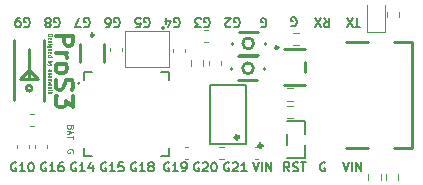
<source format=gbr>
%TF.GenerationSoftware,KiCad,Pcbnew,7.0.9*%
%TF.CreationDate,2023-12-31T12:54:37+01:00*%
%TF.ProjectId,esp32promicro,65737033-3270-4726-9f6d-6963726f2e6b,rev?*%
%TF.SameCoordinates,Original*%
%TF.FileFunction,Legend,Top*%
%TF.FilePolarity,Positive*%
%FSLAX46Y46*%
G04 Gerber Fmt 4.6, Leading zero omitted, Abs format (unit mm)*
G04 Created by KiCad (PCBNEW 7.0.9) date 2023-12-31 12:54:37*
%MOMM*%
%LPD*%
G01*
G04 APERTURE LIST*
%ADD10C,0.125000*%
%ADD11C,0.075000*%
%ADD12C,0.127000*%
%ADD13C,0.375000*%
%ADD14C,0.190500*%
%ADD15C,0.150000*%
%ADD16C,0.300000*%
%ADD17C,0.120000*%
%ADD18C,0.250000*%
%ADD19C,0.100000*%
G04 APERTURE END LIST*
D10*
X104556880Y-67900188D02*
X104580690Y-67852569D01*
X104580690Y-67852569D02*
X104580690Y-67781140D01*
X104580690Y-67781140D02*
X104556880Y-67709712D01*
X104556880Y-67709712D02*
X104509261Y-67662093D01*
X104509261Y-67662093D02*
X104461642Y-67638283D01*
X104461642Y-67638283D02*
X104366404Y-67614474D01*
X104366404Y-67614474D02*
X104294976Y-67614474D01*
X104294976Y-67614474D02*
X104199738Y-67638283D01*
X104199738Y-67638283D02*
X104152119Y-67662093D01*
X104152119Y-67662093D02*
X104104500Y-67709712D01*
X104104500Y-67709712D02*
X104080690Y-67781140D01*
X104080690Y-67781140D02*
X104080690Y-67828759D01*
X104080690Y-67828759D02*
X104104500Y-67900188D01*
X104104500Y-67900188D02*
X104128309Y-67923997D01*
X104128309Y-67923997D02*
X104294976Y-67923997D01*
X104294976Y-67923997D02*
X104294976Y-67828759D01*
X104342595Y-65772950D02*
X104318785Y-65844378D01*
X104318785Y-65844378D02*
X104294976Y-65868188D01*
X104294976Y-65868188D02*
X104247357Y-65891997D01*
X104247357Y-65891997D02*
X104175928Y-65891997D01*
X104175928Y-65891997D02*
X104128309Y-65868188D01*
X104128309Y-65868188D02*
X104104500Y-65844378D01*
X104104500Y-65844378D02*
X104080690Y-65796759D01*
X104080690Y-65796759D02*
X104080690Y-65606283D01*
X104080690Y-65606283D02*
X104580690Y-65606283D01*
X104580690Y-65606283D02*
X104580690Y-65772950D01*
X104580690Y-65772950D02*
X104556880Y-65820569D01*
X104556880Y-65820569D02*
X104533071Y-65844378D01*
X104533071Y-65844378D02*
X104485452Y-65868188D01*
X104485452Y-65868188D02*
X104437833Y-65868188D01*
X104437833Y-65868188D02*
X104390214Y-65844378D01*
X104390214Y-65844378D02*
X104366404Y-65820569D01*
X104366404Y-65820569D02*
X104342595Y-65772950D01*
X104342595Y-65772950D02*
X104342595Y-65606283D01*
X104223547Y-66082474D02*
X104223547Y-66320569D01*
X104080690Y-66034855D02*
X104580690Y-66201521D01*
X104580690Y-66201521D02*
X104080690Y-66368188D01*
X104580690Y-66463426D02*
X104580690Y-66749140D01*
X104080690Y-66606283D02*
X104580690Y-66606283D01*
D11*
X102457125Y-57898698D02*
X102757125Y-57898698D01*
X102757125Y-57898698D02*
X102757125Y-57970127D01*
X102757125Y-57970127D02*
X102742839Y-58012984D01*
X102742839Y-58012984D02*
X102714268Y-58041555D01*
X102714268Y-58041555D02*
X102685696Y-58055841D01*
X102685696Y-58055841D02*
X102628553Y-58070127D01*
X102628553Y-58070127D02*
X102585696Y-58070127D01*
X102585696Y-58070127D02*
X102528553Y-58055841D01*
X102528553Y-58055841D02*
X102499982Y-58041555D01*
X102499982Y-58041555D02*
X102471411Y-58012984D01*
X102471411Y-58012984D02*
X102457125Y-57970127D01*
X102457125Y-57970127D02*
X102457125Y-57898698D01*
X102471411Y-58312984D02*
X102457125Y-58284412D01*
X102457125Y-58284412D02*
X102457125Y-58227270D01*
X102457125Y-58227270D02*
X102471411Y-58198698D01*
X102471411Y-58198698D02*
X102499982Y-58184412D01*
X102499982Y-58184412D02*
X102614268Y-58184412D01*
X102614268Y-58184412D02*
X102642839Y-58198698D01*
X102642839Y-58198698D02*
X102657125Y-58227270D01*
X102657125Y-58227270D02*
X102657125Y-58284412D01*
X102657125Y-58284412D02*
X102642839Y-58312984D01*
X102642839Y-58312984D02*
X102614268Y-58327270D01*
X102614268Y-58327270D02*
X102585696Y-58327270D01*
X102585696Y-58327270D02*
X102557125Y-58184412D01*
X102471411Y-58441555D02*
X102457125Y-58470127D01*
X102457125Y-58470127D02*
X102457125Y-58527270D01*
X102457125Y-58527270D02*
X102471411Y-58555841D01*
X102471411Y-58555841D02*
X102499982Y-58570127D01*
X102499982Y-58570127D02*
X102514268Y-58570127D01*
X102514268Y-58570127D02*
X102542839Y-58555841D01*
X102542839Y-58555841D02*
X102557125Y-58527270D01*
X102557125Y-58527270D02*
X102557125Y-58484413D01*
X102557125Y-58484413D02*
X102571411Y-58455841D01*
X102571411Y-58455841D02*
X102599982Y-58441555D01*
X102599982Y-58441555D02*
X102614268Y-58441555D01*
X102614268Y-58441555D02*
X102642839Y-58455841D01*
X102642839Y-58455841D02*
X102657125Y-58484413D01*
X102657125Y-58484413D02*
X102657125Y-58527270D01*
X102657125Y-58527270D02*
X102642839Y-58555841D01*
X102457125Y-58698698D02*
X102657125Y-58698698D01*
X102757125Y-58698698D02*
X102742839Y-58684412D01*
X102742839Y-58684412D02*
X102728553Y-58698698D01*
X102728553Y-58698698D02*
X102742839Y-58712984D01*
X102742839Y-58712984D02*
X102757125Y-58698698D01*
X102757125Y-58698698D02*
X102728553Y-58698698D01*
X102657125Y-58970127D02*
X102414268Y-58970127D01*
X102414268Y-58970127D02*
X102385696Y-58955841D01*
X102385696Y-58955841D02*
X102371411Y-58941555D01*
X102371411Y-58941555D02*
X102357125Y-58912984D01*
X102357125Y-58912984D02*
X102357125Y-58870127D01*
X102357125Y-58870127D02*
X102371411Y-58841555D01*
X102471411Y-58970127D02*
X102457125Y-58941555D01*
X102457125Y-58941555D02*
X102457125Y-58884412D01*
X102457125Y-58884412D02*
X102471411Y-58855841D01*
X102471411Y-58855841D02*
X102485696Y-58841555D01*
X102485696Y-58841555D02*
X102514268Y-58827269D01*
X102514268Y-58827269D02*
X102599982Y-58827269D01*
X102599982Y-58827269D02*
X102628553Y-58841555D01*
X102628553Y-58841555D02*
X102642839Y-58855841D01*
X102642839Y-58855841D02*
X102657125Y-58884412D01*
X102657125Y-58884412D02*
X102657125Y-58941555D01*
X102657125Y-58941555D02*
X102642839Y-58970127D01*
X102657125Y-59112984D02*
X102457125Y-59112984D01*
X102628553Y-59112984D02*
X102642839Y-59127270D01*
X102642839Y-59127270D02*
X102657125Y-59155841D01*
X102657125Y-59155841D02*
X102657125Y-59198698D01*
X102657125Y-59198698D02*
X102642839Y-59227270D01*
X102642839Y-59227270D02*
X102614268Y-59241556D01*
X102614268Y-59241556D02*
X102457125Y-59241556D01*
X102471411Y-59498699D02*
X102457125Y-59470127D01*
X102457125Y-59470127D02*
X102457125Y-59412985D01*
X102457125Y-59412985D02*
X102471411Y-59384413D01*
X102471411Y-59384413D02*
X102499982Y-59370127D01*
X102499982Y-59370127D02*
X102614268Y-59370127D01*
X102614268Y-59370127D02*
X102642839Y-59384413D01*
X102642839Y-59384413D02*
X102657125Y-59412985D01*
X102657125Y-59412985D02*
X102657125Y-59470127D01*
X102657125Y-59470127D02*
X102642839Y-59498699D01*
X102642839Y-59498699D02*
X102614268Y-59512985D01*
X102614268Y-59512985D02*
X102585696Y-59512985D01*
X102585696Y-59512985D02*
X102557125Y-59370127D01*
X102457125Y-59770128D02*
X102757125Y-59770128D01*
X102471411Y-59770128D02*
X102457125Y-59741556D01*
X102457125Y-59741556D02*
X102457125Y-59684413D01*
X102457125Y-59684413D02*
X102471411Y-59655842D01*
X102471411Y-59655842D02*
X102485696Y-59641556D01*
X102485696Y-59641556D02*
X102514268Y-59627270D01*
X102514268Y-59627270D02*
X102599982Y-59627270D01*
X102599982Y-59627270D02*
X102628553Y-59641556D01*
X102628553Y-59641556D02*
X102642839Y-59655842D01*
X102642839Y-59655842D02*
X102657125Y-59684413D01*
X102657125Y-59684413D02*
X102657125Y-59741556D01*
X102657125Y-59741556D02*
X102642839Y-59770128D01*
X102457125Y-60141556D02*
X102757125Y-60141556D01*
X102642839Y-60141556D02*
X102657125Y-60170128D01*
X102657125Y-60170128D02*
X102657125Y-60227270D01*
X102657125Y-60227270D02*
X102642839Y-60255842D01*
X102642839Y-60255842D02*
X102628553Y-60270128D01*
X102628553Y-60270128D02*
X102599982Y-60284413D01*
X102599982Y-60284413D02*
X102514268Y-60284413D01*
X102514268Y-60284413D02*
X102485696Y-60270128D01*
X102485696Y-60270128D02*
X102471411Y-60255842D01*
X102471411Y-60255842D02*
X102457125Y-60227270D01*
X102457125Y-60227270D02*
X102457125Y-60170128D01*
X102457125Y-60170128D02*
X102471411Y-60141556D01*
X102657125Y-60384414D02*
X102457125Y-60455842D01*
X102657125Y-60527271D02*
X102457125Y-60455842D01*
X102457125Y-60455842D02*
X102385696Y-60427271D01*
X102385696Y-60427271D02*
X102371411Y-60412985D01*
X102371411Y-60412985D02*
X102357125Y-60384414D01*
X102457125Y-60998699D02*
X102614268Y-60998699D01*
X102614268Y-60998699D02*
X102642839Y-60984413D01*
X102642839Y-60984413D02*
X102657125Y-60955841D01*
X102657125Y-60955841D02*
X102657125Y-60898699D01*
X102657125Y-60898699D02*
X102642839Y-60870127D01*
X102471411Y-60998699D02*
X102457125Y-60970127D01*
X102457125Y-60970127D02*
X102457125Y-60898699D01*
X102457125Y-60898699D02*
X102471411Y-60870127D01*
X102471411Y-60870127D02*
X102499982Y-60855841D01*
X102499982Y-60855841D02*
X102528553Y-60855841D01*
X102528553Y-60855841D02*
X102557125Y-60870127D01*
X102557125Y-60870127D02*
X102571411Y-60898699D01*
X102571411Y-60898699D02*
X102571411Y-60970127D01*
X102571411Y-60970127D02*
X102585696Y-60998699D01*
X102471411Y-61127270D02*
X102457125Y-61155842D01*
X102457125Y-61155842D02*
X102457125Y-61212985D01*
X102457125Y-61212985D02*
X102471411Y-61241556D01*
X102471411Y-61241556D02*
X102499982Y-61255842D01*
X102499982Y-61255842D02*
X102514268Y-61255842D01*
X102514268Y-61255842D02*
X102542839Y-61241556D01*
X102542839Y-61241556D02*
X102557125Y-61212985D01*
X102557125Y-61212985D02*
X102557125Y-61170128D01*
X102557125Y-61170128D02*
X102571411Y-61141556D01*
X102571411Y-61141556D02*
X102599982Y-61127270D01*
X102599982Y-61127270D02*
X102614268Y-61127270D01*
X102614268Y-61127270D02*
X102642839Y-61141556D01*
X102642839Y-61141556D02*
X102657125Y-61170128D01*
X102657125Y-61170128D02*
X102657125Y-61212985D01*
X102657125Y-61212985D02*
X102642839Y-61241556D01*
X102457125Y-61512985D02*
X102614268Y-61512985D01*
X102614268Y-61512985D02*
X102642839Y-61498699D01*
X102642839Y-61498699D02*
X102657125Y-61470127D01*
X102657125Y-61470127D02*
X102657125Y-61412985D01*
X102657125Y-61412985D02*
X102642839Y-61384413D01*
X102471411Y-61512985D02*
X102457125Y-61484413D01*
X102457125Y-61484413D02*
X102457125Y-61412985D01*
X102457125Y-61412985D02*
X102471411Y-61384413D01*
X102471411Y-61384413D02*
X102499982Y-61370127D01*
X102499982Y-61370127D02*
X102528553Y-61370127D01*
X102528553Y-61370127D02*
X102557125Y-61384413D01*
X102557125Y-61384413D02*
X102571411Y-61412985D01*
X102571411Y-61412985D02*
X102571411Y-61484413D01*
X102571411Y-61484413D02*
X102585696Y-61512985D01*
X102457125Y-61655842D02*
X102657125Y-61655842D01*
X102628553Y-61655842D02*
X102642839Y-61670128D01*
X102642839Y-61670128D02*
X102657125Y-61698699D01*
X102657125Y-61698699D02*
X102657125Y-61741556D01*
X102657125Y-61741556D02*
X102642839Y-61770128D01*
X102642839Y-61770128D02*
X102614268Y-61784414D01*
X102614268Y-61784414D02*
X102457125Y-61784414D01*
X102614268Y-61784414D02*
X102642839Y-61798699D01*
X102642839Y-61798699D02*
X102657125Y-61827271D01*
X102657125Y-61827271D02*
X102657125Y-61870128D01*
X102657125Y-61870128D02*
X102642839Y-61898699D01*
X102642839Y-61898699D02*
X102614268Y-61912985D01*
X102614268Y-61912985D02*
X102457125Y-61912985D01*
X102457125Y-62098699D02*
X102471411Y-62070128D01*
X102471411Y-62070128D02*
X102485696Y-62055842D01*
X102485696Y-62055842D02*
X102514268Y-62041556D01*
X102514268Y-62041556D02*
X102599982Y-62041556D01*
X102599982Y-62041556D02*
X102628553Y-62055842D01*
X102628553Y-62055842D02*
X102642839Y-62070128D01*
X102642839Y-62070128D02*
X102657125Y-62098699D01*
X102657125Y-62098699D02*
X102657125Y-62141556D01*
X102657125Y-62141556D02*
X102642839Y-62170128D01*
X102642839Y-62170128D02*
X102628553Y-62184414D01*
X102628553Y-62184414D02*
X102599982Y-62198699D01*
X102599982Y-62198699D02*
X102514268Y-62198699D01*
X102514268Y-62198699D02*
X102485696Y-62184414D01*
X102485696Y-62184414D02*
X102471411Y-62170128D01*
X102471411Y-62170128D02*
X102457125Y-62141556D01*
X102457125Y-62141556D02*
X102457125Y-62098699D01*
X102657125Y-62327271D02*
X102457125Y-62327271D01*
X102628553Y-62327271D02*
X102642839Y-62341557D01*
X102642839Y-62341557D02*
X102657125Y-62370128D01*
X102657125Y-62370128D02*
X102657125Y-62412985D01*
X102657125Y-62412985D02*
X102642839Y-62441557D01*
X102642839Y-62441557D02*
X102614268Y-62455843D01*
X102614268Y-62455843D02*
X102457125Y-62455843D01*
X102457125Y-62598700D02*
X102657125Y-62598700D01*
X102757125Y-62598700D02*
X102742839Y-62584414D01*
X102742839Y-62584414D02*
X102728553Y-62598700D01*
X102728553Y-62598700D02*
X102742839Y-62612986D01*
X102742839Y-62612986D02*
X102757125Y-62598700D01*
X102757125Y-62598700D02*
X102728553Y-62598700D01*
X102457125Y-62741557D02*
X102757125Y-62741557D01*
X102571411Y-62770129D02*
X102457125Y-62855843D01*
X102657125Y-62855843D02*
X102542839Y-62741557D01*
D12*
X120493876Y-57271992D02*
X120566448Y-57308278D01*
X120566448Y-57308278D02*
X120675305Y-57308278D01*
X120675305Y-57308278D02*
X120784162Y-57271992D01*
X120784162Y-57271992D02*
X120856733Y-57199421D01*
X120856733Y-57199421D02*
X120893019Y-57126849D01*
X120893019Y-57126849D02*
X120929305Y-56981706D01*
X120929305Y-56981706D02*
X120929305Y-56872849D01*
X120929305Y-56872849D02*
X120893019Y-56727706D01*
X120893019Y-56727706D02*
X120856733Y-56655135D01*
X120856733Y-56655135D02*
X120784162Y-56582564D01*
X120784162Y-56582564D02*
X120675305Y-56546278D01*
X120675305Y-56546278D02*
X120602733Y-56546278D01*
X120602733Y-56546278D02*
X120493876Y-56582564D01*
X120493876Y-56582564D02*
X120457590Y-56618849D01*
X120457590Y-56618849D02*
X120457590Y-56872849D01*
X120457590Y-56872849D02*
X120602733Y-56872849D01*
X125886123Y-68770427D02*
X125813552Y-68734141D01*
X125813552Y-68734141D02*
X125704694Y-68734141D01*
X125704694Y-68734141D02*
X125595837Y-68770427D01*
X125595837Y-68770427D02*
X125523266Y-68842998D01*
X125523266Y-68842998D02*
X125486980Y-68915570D01*
X125486980Y-68915570D02*
X125450694Y-69060713D01*
X125450694Y-69060713D02*
X125450694Y-69169570D01*
X125450694Y-69169570D02*
X125486980Y-69314713D01*
X125486980Y-69314713D02*
X125523266Y-69387284D01*
X125523266Y-69387284D02*
X125595837Y-69459856D01*
X125595837Y-69459856D02*
X125704694Y-69496141D01*
X125704694Y-69496141D02*
X125777266Y-69496141D01*
X125777266Y-69496141D02*
X125886123Y-69459856D01*
X125886123Y-69459856D02*
X125922409Y-69423570D01*
X125922409Y-69423570D02*
X125922409Y-69169570D01*
X125922409Y-69169570D02*
X125777266Y-69169570D01*
X105524224Y-57233960D02*
X105596796Y-57270246D01*
X105596796Y-57270246D02*
X105705653Y-57270246D01*
X105705653Y-57270246D02*
X105814510Y-57233960D01*
X105814510Y-57233960D02*
X105887081Y-57161389D01*
X105887081Y-57161389D02*
X105923367Y-57088817D01*
X105923367Y-57088817D02*
X105959653Y-56943674D01*
X105959653Y-56943674D02*
X105959653Y-56834817D01*
X105959653Y-56834817D02*
X105923367Y-56689674D01*
X105923367Y-56689674D02*
X105887081Y-56617103D01*
X105887081Y-56617103D02*
X105814510Y-56544532D01*
X105814510Y-56544532D02*
X105705653Y-56508246D01*
X105705653Y-56508246D02*
X105633081Y-56508246D01*
X105633081Y-56508246D02*
X105524224Y-56544532D01*
X105524224Y-56544532D02*
X105487938Y-56580817D01*
X105487938Y-56580817D02*
X105487938Y-56834817D01*
X105487938Y-56834817D02*
X105633081Y-56834817D01*
X105233938Y-57270246D02*
X104725938Y-57270246D01*
X104725938Y-57270246D02*
X105052510Y-56508246D01*
X125791590Y-56508245D02*
X126045590Y-56871102D01*
X126227019Y-56508245D02*
X126227019Y-57270245D01*
X126227019Y-57270245D02*
X125936733Y-57270245D01*
X125936733Y-57270245D02*
X125864162Y-57233959D01*
X125864162Y-57233959D02*
X125827876Y-57197673D01*
X125827876Y-57197673D02*
X125791590Y-57125102D01*
X125791590Y-57125102D02*
X125791590Y-57016245D01*
X125791590Y-57016245D02*
X125827876Y-56943673D01*
X125827876Y-56943673D02*
X125864162Y-56907388D01*
X125864162Y-56907388D02*
X125936733Y-56871102D01*
X125936733Y-56871102D02*
X126227019Y-56871102D01*
X125537590Y-57270245D02*
X125029590Y-56508245D01*
X125029590Y-57270245D02*
X125537590Y-56508245D01*
X108064225Y-57233960D02*
X108136797Y-57270246D01*
X108136797Y-57270246D02*
X108245654Y-57270246D01*
X108245654Y-57270246D02*
X108354511Y-57233960D01*
X108354511Y-57233960D02*
X108427082Y-57161389D01*
X108427082Y-57161389D02*
X108463368Y-57088817D01*
X108463368Y-57088817D02*
X108499654Y-56943674D01*
X108499654Y-56943674D02*
X108499654Y-56834817D01*
X108499654Y-56834817D02*
X108463368Y-56689674D01*
X108463368Y-56689674D02*
X108427082Y-56617103D01*
X108427082Y-56617103D02*
X108354511Y-56544532D01*
X108354511Y-56544532D02*
X108245654Y-56508246D01*
X108245654Y-56508246D02*
X108173082Y-56508246D01*
X108173082Y-56508246D02*
X108064225Y-56544532D01*
X108064225Y-56544532D02*
X108027939Y-56580817D01*
X108027939Y-56580817D02*
X108027939Y-56834817D01*
X108027939Y-56834817D02*
X108173082Y-56834817D01*
X107374797Y-57270246D02*
X107519939Y-57270246D01*
X107519939Y-57270246D02*
X107592511Y-57233960D01*
X107592511Y-57233960D02*
X107628797Y-57197674D01*
X107628797Y-57197674D02*
X107701368Y-57088817D01*
X107701368Y-57088817D02*
X107737654Y-56943674D01*
X107737654Y-56943674D02*
X107737654Y-56653389D01*
X107737654Y-56653389D02*
X107701368Y-56580817D01*
X107701368Y-56580817D02*
X107665082Y-56544532D01*
X107665082Y-56544532D02*
X107592511Y-56508246D01*
X107592511Y-56508246D02*
X107447368Y-56508246D01*
X107447368Y-56508246D02*
X107374797Y-56544532D01*
X107374797Y-56544532D02*
X107338511Y-56580817D01*
X107338511Y-56580817D02*
X107302225Y-56653389D01*
X107302225Y-56653389D02*
X107302225Y-56834817D01*
X107302225Y-56834817D02*
X107338511Y-56907389D01*
X107338511Y-56907389D02*
X107374797Y-56943674D01*
X107374797Y-56943674D02*
X107447368Y-56979960D01*
X107447368Y-56979960D02*
X107592511Y-56979960D01*
X107592511Y-56979960D02*
X107665082Y-56943674D01*
X107665082Y-56943674D02*
X107701368Y-56907389D01*
X107701368Y-56907389D02*
X107737654Y-56834817D01*
X110604225Y-57233960D02*
X110676797Y-57270246D01*
X110676797Y-57270246D02*
X110785654Y-57270246D01*
X110785654Y-57270246D02*
X110894511Y-57233960D01*
X110894511Y-57233960D02*
X110967082Y-57161389D01*
X110967082Y-57161389D02*
X111003368Y-57088817D01*
X111003368Y-57088817D02*
X111039654Y-56943674D01*
X111039654Y-56943674D02*
X111039654Y-56834817D01*
X111039654Y-56834817D02*
X111003368Y-56689674D01*
X111003368Y-56689674D02*
X110967082Y-56617103D01*
X110967082Y-56617103D02*
X110894511Y-56544532D01*
X110894511Y-56544532D02*
X110785654Y-56508246D01*
X110785654Y-56508246D02*
X110713082Y-56508246D01*
X110713082Y-56508246D02*
X110604225Y-56544532D01*
X110604225Y-56544532D02*
X110567939Y-56580817D01*
X110567939Y-56580817D02*
X110567939Y-56834817D01*
X110567939Y-56834817D02*
X110713082Y-56834817D01*
X109878511Y-57270246D02*
X110241368Y-57270246D01*
X110241368Y-57270246D02*
X110277654Y-56907389D01*
X110277654Y-56907389D02*
X110241368Y-56943674D01*
X110241368Y-56943674D02*
X110168797Y-56979960D01*
X110168797Y-56979960D02*
X109987368Y-56979960D01*
X109987368Y-56979960D02*
X109914797Y-56943674D01*
X109914797Y-56943674D02*
X109878511Y-56907389D01*
X109878511Y-56907389D02*
X109842225Y-56834817D01*
X109842225Y-56834817D02*
X109842225Y-56653389D01*
X109842225Y-56653389D02*
X109878511Y-56580817D01*
X109878511Y-56580817D02*
X109914797Y-56544532D01*
X109914797Y-56544532D02*
X109987368Y-56508246D01*
X109987368Y-56508246D02*
X110168797Y-56508246D01*
X110168797Y-56508246D02*
X110241368Y-56544532D01*
X110241368Y-56544532D02*
X110277654Y-56580817D01*
D13*
X103073071Y-58007852D02*
X104573071Y-58007852D01*
X104573071Y-58007852D02*
X104573071Y-58579281D01*
X104573071Y-58579281D02*
X104501642Y-58722138D01*
X104501642Y-58722138D02*
X104430214Y-58793567D01*
X104430214Y-58793567D02*
X104287357Y-58864995D01*
X104287357Y-58864995D02*
X104073071Y-58864995D01*
X104073071Y-58864995D02*
X103930214Y-58793567D01*
X103930214Y-58793567D02*
X103858785Y-58722138D01*
X103858785Y-58722138D02*
X103787357Y-58579281D01*
X103787357Y-58579281D02*
X103787357Y-58007852D01*
X103073071Y-59507852D02*
X104073071Y-59507852D01*
X103787357Y-59507852D02*
X103930214Y-59579281D01*
X103930214Y-59579281D02*
X104001642Y-59650710D01*
X104001642Y-59650710D02*
X104073071Y-59793567D01*
X104073071Y-59793567D02*
X104073071Y-59936424D01*
X103073071Y-60650709D02*
X103144500Y-60507852D01*
X103144500Y-60507852D02*
X103215928Y-60436423D01*
X103215928Y-60436423D02*
X103358785Y-60364995D01*
X103358785Y-60364995D02*
X103787357Y-60364995D01*
X103787357Y-60364995D02*
X103930214Y-60436423D01*
X103930214Y-60436423D02*
X104001642Y-60507852D01*
X104001642Y-60507852D02*
X104073071Y-60650709D01*
X104073071Y-60650709D02*
X104073071Y-60864995D01*
X104073071Y-60864995D02*
X104001642Y-61007852D01*
X104001642Y-61007852D02*
X103930214Y-61079281D01*
X103930214Y-61079281D02*
X103787357Y-61150709D01*
X103787357Y-61150709D02*
X103358785Y-61150709D01*
X103358785Y-61150709D02*
X103215928Y-61079281D01*
X103215928Y-61079281D02*
X103144500Y-61007852D01*
X103144500Y-61007852D02*
X103073071Y-60864995D01*
X103073071Y-60864995D02*
X103073071Y-60650709D01*
X103144500Y-61722138D02*
X103073071Y-61936424D01*
X103073071Y-61936424D02*
X103073071Y-62293566D01*
X103073071Y-62293566D02*
X103144500Y-62436424D01*
X103144500Y-62436424D02*
X103215928Y-62507852D01*
X103215928Y-62507852D02*
X103358785Y-62579281D01*
X103358785Y-62579281D02*
X103501642Y-62579281D01*
X103501642Y-62579281D02*
X103644500Y-62507852D01*
X103644500Y-62507852D02*
X103715928Y-62436424D01*
X103715928Y-62436424D02*
X103787357Y-62293566D01*
X103787357Y-62293566D02*
X103858785Y-62007852D01*
X103858785Y-62007852D02*
X103930214Y-61864995D01*
X103930214Y-61864995D02*
X104001642Y-61793566D01*
X104001642Y-61793566D02*
X104144500Y-61722138D01*
X104144500Y-61722138D02*
X104287357Y-61722138D01*
X104287357Y-61722138D02*
X104430214Y-61793566D01*
X104430214Y-61793566D02*
X104501642Y-61864995D01*
X104501642Y-61864995D02*
X104573071Y-62007852D01*
X104573071Y-62007852D02*
X104573071Y-62364995D01*
X104573071Y-62364995D02*
X104501642Y-62579281D01*
X104573071Y-63079280D02*
X104573071Y-64007852D01*
X104573071Y-64007852D02*
X104001642Y-63507852D01*
X104001642Y-63507852D02*
X104001642Y-63722137D01*
X104001642Y-63722137D02*
X103930214Y-63864995D01*
X103930214Y-63864995D02*
X103858785Y-63936423D01*
X103858785Y-63936423D02*
X103715928Y-64007852D01*
X103715928Y-64007852D02*
X103358785Y-64007852D01*
X103358785Y-64007852D02*
X103215928Y-63936423D01*
X103215928Y-63936423D02*
X103144500Y-63864995D01*
X103144500Y-63864995D02*
X103073071Y-63722137D01*
X103073071Y-63722137D02*
X103073071Y-63293566D01*
X103073071Y-63293566D02*
X103144500Y-63150709D01*
X103144500Y-63150709D02*
X103215928Y-63079280D01*
D12*
X113144225Y-57233960D02*
X113216797Y-57270246D01*
X113216797Y-57270246D02*
X113325654Y-57270246D01*
X113325654Y-57270246D02*
X113434511Y-57233960D01*
X113434511Y-57233960D02*
X113507082Y-57161389D01*
X113507082Y-57161389D02*
X113543368Y-57088817D01*
X113543368Y-57088817D02*
X113579654Y-56943674D01*
X113579654Y-56943674D02*
X113579654Y-56834817D01*
X113579654Y-56834817D02*
X113543368Y-56689674D01*
X113543368Y-56689674D02*
X113507082Y-56617103D01*
X113507082Y-56617103D02*
X113434511Y-56544532D01*
X113434511Y-56544532D02*
X113325654Y-56508246D01*
X113325654Y-56508246D02*
X113253082Y-56508246D01*
X113253082Y-56508246D02*
X113144225Y-56544532D01*
X113144225Y-56544532D02*
X113107939Y-56580817D01*
X113107939Y-56580817D02*
X113107939Y-56834817D01*
X113107939Y-56834817D02*
X113253082Y-56834817D01*
X112454797Y-57016246D02*
X112454797Y-56508246D01*
X112636225Y-57306532D02*
X112817654Y-56762246D01*
X112817654Y-56762246D02*
X112345939Y-56762246D01*
X115684224Y-57233959D02*
X115756796Y-57270245D01*
X115756796Y-57270245D02*
X115865653Y-57270245D01*
X115865653Y-57270245D02*
X115974510Y-57233959D01*
X115974510Y-57233959D02*
X116047081Y-57161388D01*
X116047081Y-57161388D02*
X116083367Y-57088816D01*
X116083367Y-57088816D02*
X116119653Y-56943673D01*
X116119653Y-56943673D02*
X116119653Y-56834816D01*
X116119653Y-56834816D02*
X116083367Y-56689673D01*
X116083367Y-56689673D02*
X116047081Y-56617102D01*
X116047081Y-56617102D02*
X115974510Y-56544531D01*
X115974510Y-56544531D02*
X115865653Y-56508245D01*
X115865653Y-56508245D02*
X115793081Y-56508245D01*
X115793081Y-56508245D02*
X115684224Y-56544531D01*
X115684224Y-56544531D02*
X115647938Y-56580816D01*
X115647938Y-56580816D02*
X115647938Y-56834816D01*
X115647938Y-56834816D02*
X115793081Y-56834816D01*
X115393938Y-57270245D02*
X114922224Y-57270245D01*
X114922224Y-57270245D02*
X115176224Y-56979959D01*
X115176224Y-56979959D02*
X115067367Y-56979959D01*
X115067367Y-56979959D02*
X114994796Y-56943673D01*
X114994796Y-56943673D02*
X114958510Y-56907388D01*
X114958510Y-56907388D02*
X114922224Y-56834816D01*
X114922224Y-56834816D02*
X114922224Y-56653388D01*
X114922224Y-56653388D02*
X114958510Y-56580816D01*
X114958510Y-56580816D02*
X114994796Y-56544531D01*
X114994796Y-56544531D02*
X115067367Y-56508245D01*
X115067367Y-56508245D02*
X115285081Y-56508245D01*
X115285081Y-56508245D02*
X115357653Y-56544531D01*
X115357653Y-56544531D02*
X115393938Y-56580816D01*
D14*
X128834100Y-57273548D02*
X128398672Y-57273548D01*
X128616386Y-56511548D02*
X128616386Y-57273548D01*
X128217243Y-57273548D02*
X127709243Y-56511548D01*
X127709243Y-57273548D02*
X128217243Y-56511548D01*
D12*
X109884123Y-68770427D02*
X109811552Y-68734141D01*
X109811552Y-68734141D02*
X109702694Y-68734141D01*
X109702694Y-68734141D02*
X109593837Y-68770427D01*
X109593837Y-68770427D02*
X109521266Y-68842998D01*
X109521266Y-68842998D02*
X109484980Y-68915570D01*
X109484980Y-68915570D02*
X109448694Y-69060713D01*
X109448694Y-69060713D02*
X109448694Y-69169570D01*
X109448694Y-69169570D02*
X109484980Y-69314713D01*
X109484980Y-69314713D02*
X109521266Y-69387284D01*
X109521266Y-69387284D02*
X109593837Y-69459856D01*
X109593837Y-69459856D02*
X109702694Y-69496141D01*
X109702694Y-69496141D02*
X109775266Y-69496141D01*
X109775266Y-69496141D02*
X109884123Y-69459856D01*
X109884123Y-69459856D02*
X109920409Y-69423570D01*
X109920409Y-69423570D02*
X109920409Y-69169570D01*
X109920409Y-69169570D02*
X109775266Y-69169570D01*
X110646123Y-69496141D02*
X110210694Y-69496141D01*
X110428409Y-69496141D02*
X110428409Y-68734141D01*
X110428409Y-68734141D02*
X110355837Y-68842998D01*
X110355837Y-68842998D02*
X110283266Y-68915570D01*
X110283266Y-68915570D02*
X110210694Y-68951856D01*
X111081551Y-69060713D02*
X111008980Y-69024427D01*
X111008980Y-69024427D02*
X110972694Y-68988141D01*
X110972694Y-68988141D02*
X110936408Y-68915570D01*
X110936408Y-68915570D02*
X110936408Y-68879284D01*
X110936408Y-68879284D02*
X110972694Y-68806713D01*
X110972694Y-68806713D02*
X111008980Y-68770427D01*
X111008980Y-68770427D02*
X111081551Y-68734141D01*
X111081551Y-68734141D02*
X111226694Y-68734141D01*
X111226694Y-68734141D02*
X111299266Y-68770427D01*
X111299266Y-68770427D02*
X111335551Y-68806713D01*
X111335551Y-68806713D02*
X111371837Y-68879284D01*
X111371837Y-68879284D02*
X111371837Y-68915570D01*
X111371837Y-68915570D02*
X111335551Y-68988141D01*
X111335551Y-68988141D02*
X111299266Y-69024427D01*
X111299266Y-69024427D02*
X111226694Y-69060713D01*
X111226694Y-69060713D02*
X111081551Y-69060713D01*
X111081551Y-69060713D02*
X111008980Y-69096998D01*
X111008980Y-69096998D02*
X110972694Y-69133284D01*
X110972694Y-69133284D02*
X110936408Y-69205856D01*
X110936408Y-69205856D02*
X110936408Y-69350998D01*
X110936408Y-69350998D02*
X110972694Y-69423570D01*
X110972694Y-69423570D02*
X111008980Y-69459856D01*
X111008980Y-69459856D02*
X111081551Y-69496141D01*
X111081551Y-69496141D02*
X111226694Y-69496141D01*
X111226694Y-69496141D02*
X111299266Y-69459856D01*
X111299266Y-69459856D02*
X111335551Y-69423570D01*
X111335551Y-69423570D02*
X111371837Y-69350998D01*
X111371837Y-69350998D02*
X111371837Y-69205856D01*
X111371837Y-69205856D02*
X111335551Y-69133284D01*
X111335551Y-69133284D02*
X111299266Y-69096998D01*
X111299266Y-69096998D02*
X111226694Y-69060713D01*
X119790123Y-68734141D02*
X120044123Y-69496141D01*
X120044123Y-69496141D02*
X120298123Y-68734141D01*
X120552123Y-69496141D02*
X120552123Y-68734141D01*
X120914980Y-69496141D02*
X120914980Y-68734141D01*
X120914980Y-68734141D02*
X121350409Y-69496141D01*
X121350409Y-69496141D02*
X121350409Y-68734141D01*
X102264123Y-68770427D02*
X102191552Y-68734141D01*
X102191552Y-68734141D02*
X102082694Y-68734141D01*
X102082694Y-68734141D02*
X101973837Y-68770427D01*
X101973837Y-68770427D02*
X101901266Y-68842998D01*
X101901266Y-68842998D02*
X101864980Y-68915570D01*
X101864980Y-68915570D02*
X101828694Y-69060713D01*
X101828694Y-69060713D02*
X101828694Y-69169570D01*
X101828694Y-69169570D02*
X101864980Y-69314713D01*
X101864980Y-69314713D02*
X101901266Y-69387284D01*
X101901266Y-69387284D02*
X101973837Y-69459856D01*
X101973837Y-69459856D02*
X102082694Y-69496141D01*
X102082694Y-69496141D02*
X102155266Y-69496141D01*
X102155266Y-69496141D02*
X102264123Y-69459856D01*
X102264123Y-69459856D02*
X102300409Y-69423570D01*
X102300409Y-69423570D02*
X102300409Y-69169570D01*
X102300409Y-69169570D02*
X102155266Y-69169570D01*
X103026123Y-69496141D02*
X102590694Y-69496141D01*
X102808409Y-69496141D02*
X102808409Y-68734141D01*
X102808409Y-68734141D02*
X102735837Y-68842998D01*
X102735837Y-68842998D02*
X102663266Y-68915570D01*
X102663266Y-68915570D02*
X102590694Y-68951856D01*
X103679266Y-68734141D02*
X103534123Y-68734141D01*
X103534123Y-68734141D02*
X103461551Y-68770427D01*
X103461551Y-68770427D02*
X103425266Y-68806713D01*
X103425266Y-68806713D02*
X103352694Y-68915570D01*
X103352694Y-68915570D02*
X103316408Y-69060713D01*
X103316408Y-69060713D02*
X103316408Y-69350998D01*
X103316408Y-69350998D02*
X103352694Y-69423570D01*
X103352694Y-69423570D02*
X103388980Y-69459856D01*
X103388980Y-69459856D02*
X103461551Y-69496141D01*
X103461551Y-69496141D02*
X103606694Y-69496141D01*
X103606694Y-69496141D02*
X103679266Y-69459856D01*
X103679266Y-69459856D02*
X103715551Y-69423570D01*
X103715551Y-69423570D02*
X103751837Y-69350998D01*
X103751837Y-69350998D02*
X103751837Y-69169570D01*
X103751837Y-69169570D02*
X103715551Y-69096998D01*
X103715551Y-69096998D02*
X103679266Y-69060713D01*
X103679266Y-69060713D02*
X103606694Y-69024427D01*
X103606694Y-69024427D02*
X103461551Y-69024427D01*
X103461551Y-69024427D02*
X103388980Y-69060713D01*
X103388980Y-69060713D02*
X103352694Y-69096998D01*
X103352694Y-69096998D02*
X103316408Y-69169570D01*
X117758123Y-68770427D02*
X117685552Y-68734141D01*
X117685552Y-68734141D02*
X117576694Y-68734141D01*
X117576694Y-68734141D02*
X117467837Y-68770427D01*
X117467837Y-68770427D02*
X117395266Y-68842998D01*
X117395266Y-68842998D02*
X117358980Y-68915570D01*
X117358980Y-68915570D02*
X117322694Y-69060713D01*
X117322694Y-69060713D02*
X117322694Y-69169570D01*
X117322694Y-69169570D02*
X117358980Y-69314713D01*
X117358980Y-69314713D02*
X117395266Y-69387284D01*
X117395266Y-69387284D02*
X117467837Y-69459856D01*
X117467837Y-69459856D02*
X117576694Y-69496141D01*
X117576694Y-69496141D02*
X117649266Y-69496141D01*
X117649266Y-69496141D02*
X117758123Y-69459856D01*
X117758123Y-69459856D02*
X117794409Y-69423570D01*
X117794409Y-69423570D02*
X117794409Y-69169570D01*
X117794409Y-69169570D02*
X117649266Y-69169570D01*
X118084694Y-68806713D02*
X118120980Y-68770427D01*
X118120980Y-68770427D02*
X118193552Y-68734141D01*
X118193552Y-68734141D02*
X118374980Y-68734141D01*
X118374980Y-68734141D02*
X118447552Y-68770427D01*
X118447552Y-68770427D02*
X118483837Y-68806713D01*
X118483837Y-68806713D02*
X118520123Y-68879284D01*
X118520123Y-68879284D02*
X118520123Y-68951856D01*
X118520123Y-68951856D02*
X118483837Y-69060713D01*
X118483837Y-69060713D02*
X118048409Y-69496141D01*
X118048409Y-69496141D02*
X118520123Y-69496141D01*
X119245837Y-69496141D02*
X118810408Y-69496141D01*
X119028123Y-69496141D02*
X119028123Y-68734141D01*
X119028123Y-68734141D02*
X118955551Y-68842998D01*
X118955551Y-68842998D02*
X118882980Y-68915570D01*
X118882980Y-68915570D02*
X118810408Y-68951856D01*
X100444225Y-57233960D02*
X100516797Y-57270246D01*
X100516797Y-57270246D02*
X100625654Y-57270246D01*
X100625654Y-57270246D02*
X100734511Y-57233960D01*
X100734511Y-57233960D02*
X100807082Y-57161389D01*
X100807082Y-57161389D02*
X100843368Y-57088817D01*
X100843368Y-57088817D02*
X100879654Y-56943674D01*
X100879654Y-56943674D02*
X100879654Y-56834817D01*
X100879654Y-56834817D02*
X100843368Y-56689674D01*
X100843368Y-56689674D02*
X100807082Y-56617103D01*
X100807082Y-56617103D02*
X100734511Y-56544532D01*
X100734511Y-56544532D02*
X100625654Y-56508246D01*
X100625654Y-56508246D02*
X100553082Y-56508246D01*
X100553082Y-56508246D02*
X100444225Y-56544532D01*
X100444225Y-56544532D02*
X100407939Y-56580817D01*
X100407939Y-56580817D02*
X100407939Y-56834817D01*
X100407939Y-56834817D02*
X100553082Y-56834817D01*
X100045082Y-56508246D02*
X99899939Y-56508246D01*
X99899939Y-56508246D02*
X99827368Y-56544532D01*
X99827368Y-56544532D02*
X99791082Y-56580817D01*
X99791082Y-56580817D02*
X99718511Y-56689674D01*
X99718511Y-56689674D02*
X99682225Y-56834817D01*
X99682225Y-56834817D02*
X99682225Y-57125103D01*
X99682225Y-57125103D02*
X99718511Y-57197674D01*
X99718511Y-57197674D02*
X99754797Y-57233960D01*
X99754797Y-57233960D02*
X99827368Y-57270246D01*
X99827368Y-57270246D02*
X99972511Y-57270246D01*
X99972511Y-57270246D02*
X100045082Y-57233960D01*
X100045082Y-57233960D02*
X100081368Y-57197674D01*
X100081368Y-57197674D02*
X100117654Y-57125103D01*
X100117654Y-57125103D02*
X100117654Y-56943674D01*
X100117654Y-56943674D02*
X100081368Y-56871103D01*
X100081368Y-56871103D02*
X100045082Y-56834817D01*
X100045082Y-56834817D02*
X99972511Y-56798532D01*
X99972511Y-56798532D02*
X99827368Y-56798532D01*
X99827368Y-56798532D02*
X99754797Y-56834817D01*
X99754797Y-56834817D02*
X99718511Y-56871103D01*
X99718511Y-56871103D02*
X99682225Y-56943674D01*
X123050224Y-57190779D02*
X123122796Y-57227065D01*
X123122796Y-57227065D02*
X123231653Y-57227065D01*
X123231653Y-57227065D02*
X123340510Y-57190779D01*
X123340510Y-57190779D02*
X123413081Y-57118208D01*
X123413081Y-57118208D02*
X123449367Y-57045636D01*
X123449367Y-57045636D02*
X123485653Y-56900493D01*
X123485653Y-56900493D02*
X123485653Y-56791636D01*
X123485653Y-56791636D02*
X123449367Y-56646493D01*
X123449367Y-56646493D02*
X123413081Y-56573922D01*
X123413081Y-56573922D02*
X123340510Y-56501351D01*
X123340510Y-56501351D02*
X123231653Y-56465065D01*
X123231653Y-56465065D02*
X123159081Y-56465065D01*
X123159081Y-56465065D02*
X123050224Y-56501351D01*
X123050224Y-56501351D02*
X123013938Y-56537636D01*
X123013938Y-56537636D02*
X123013938Y-56791636D01*
X123013938Y-56791636D02*
X123159081Y-56791636D01*
X118224224Y-57233960D02*
X118296796Y-57270246D01*
X118296796Y-57270246D02*
X118405653Y-57270246D01*
X118405653Y-57270246D02*
X118514510Y-57233960D01*
X118514510Y-57233960D02*
X118587081Y-57161389D01*
X118587081Y-57161389D02*
X118623367Y-57088817D01*
X118623367Y-57088817D02*
X118659653Y-56943674D01*
X118659653Y-56943674D02*
X118659653Y-56834817D01*
X118659653Y-56834817D02*
X118623367Y-56689674D01*
X118623367Y-56689674D02*
X118587081Y-56617103D01*
X118587081Y-56617103D02*
X118514510Y-56544532D01*
X118514510Y-56544532D02*
X118405653Y-56508246D01*
X118405653Y-56508246D02*
X118333081Y-56508246D01*
X118333081Y-56508246D02*
X118224224Y-56544532D01*
X118224224Y-56544532D02*
X118187938Y-56580817D01*
X118187938Y-56580817D02*
X118187938Y-56834817D01*
X118187938Y-56834817D02*
X118333081Y-56834817D01*
X117897653Y-57197674D02*
X117861367Y-57233960D01*
X117861367Y-57233960D02*
X117788796Y-57270246D01*
X117788796Y-57270246D02*
X117607367Y-57270246D01*
X117607367Y-57270246D02*
X117534796Y-57233960D01*
X117534796Y-57233960D02*
X117498510Y-57197674D01*
X117498510Y-57197674D02*
X117462224Y-57125103D01*
X117462224Y-57125103D02*
X117462224Y-57052532D01*
X117462224Y-57052532D02*
X117498510Y-56943674D01*
X117498510Y-56943674D02*
X117933938Y-56508246D01*
X117933938Y-56508246D02*
X117462224Y-56508246D01*
X115218123Y-68770427D02*
X115145552Y-68734141D01*
X115145552Y-68734141D02*
X115036694Y-68734141D01*
X115036694Y-68734141D02*
X114927837Y-68770427D01*
X114927837Y-68770427D02*
X114855266Y-68842998D01*
X114855266Y-68842998D02*
X114818980Y-68915570D01*
X114818980Y-68915570D02*
X114782694Y-69060713D01*
X114782694Y-69060713D02*
X114782694Y-69169570D01*
X114782694Y-69169570D02*
X114818980Y-69314713D01*
X114818980Y-69314713D02*
X114855266Y-69387284D01*
X114855266Y-69387284D02*
X114927837Y-69459856D01*
X114927837Y-69459856D02*
X115036694Y-69496141D01*
X115036694Y-69496141D02*
X115109266Y-69496141D01*
X115109266Y-69496141D02*
X115218123Y-69459856D01*
X115218123Y-69459856D02*
X115254409Y-69423570D01*
X115254409Y-69423570D02*
X115254409Y-69169570D01*
X115254409Y-69169570D02*
X115109266Y-69169570D01*
X115544694Y-68806713D02*
X115580980Y-68770427D01*
X115580980Y-68770427D02*
X115653552Y-68734141D01*
X115653552Y-68734141D02*
X115834980Y-68734141D01*
X115834980Y-68734141D02*
X115907552Y-68770427D01*
X115907552Y-68770427D02*
X115943837Y-68806713D01*
X115943837Y-68806713D02*
X115980123Y-68879284D01*
X115980123Y-68879284D02*
X115980123Y-68951856D01*
X115980123Y-68951856D02*
X115943837Y-69060713D01*
X115943837Y-69060713D02*
X115508409Y-69496141D01*
X115508409Y-69496141D02*
X115980123Y-69496141D01*
X116451837Y-68734141D02*
X116524408Y-68734141D01*
X116524408Y-68734141D02*
X116596980Y-68770427D01*
X116596980Y-68770427D02*
X116633266Y-68806713D01*
X116633266Y-68806713D02*
X116669551Y-68879284D01*
X116669551Y-68879284D02*
X116705837Y-69024427D01*
X116705837Y-69024427D02*
X116705837Y-69205856D01*
X116705837Y-69205856D02*
X116669551Y-69350998D01*
X116669551Y-69350998D02*
X116633266Y-69423570D01*
X116633266Y-69423570D02*
X116596980Y-69459856D01*
X116596980Y-69459856D02*
X116524408Y-69496141D01*
X116524408Y-69496141D02*
X116451837Y-69496141D01*
X116451837Y-69496141D02*
X116379266Y-69459856D01*
X116379266Y-69459856D02*
X116342980Y-69423570D01*
X116342980Y-69423570D02*
X116306694Y-69350998D01*
X116306694Y-69350998D02*
X116270408Y-69205856D01*
X116270408Y-69205856D02*
X116270408Y-69024427D01*
X116270408Y-69024427D02*
X116306694Y-68879284D01*
X116306694Y-68879284D02*
X116342980Y-68806713D01*
X116342980Y-68806713D02*
X116379266Y-68770427D01*
X116379266Y-68770427D02*
X116451837Y-68734141D01*
X122874409Y-69496141D02*
X122620409Y-69133284D01*
X122438980Y-69496141D02*
X122438980Y-68734141D01*
X122438980Y-68734141D02*
X122729266Y-68734141D01*
X122729266Y-68734141D02*
X122801837Y-68770427D01*
X122801837Y-68770427D02*
X122838123Y-68806713D01*
X122838123Y-68806713D02*
X122874409Y-68879284D01*
X122874409Y-68879284D02*
X122874409Y-68988141D01*
X122874409Y-68988141D02*
X122838123Y-69060713D01*
X122838123Y-69060713D02*
X122801837Y-69096998D01*
X122801837Y-69096998D02*
X122729266Y-69133284D01*
X122729266Y-69133284D02*
X122438980Y-69133284D01*
X123164694Y-69459856D02*
X123273552Y-69496141D01*
X123273552Y-69496141D02*
X123454980Y-69496141D01*
X123454980Y-69496141D02*
X123527552Y-69459856D01*
X123527552Y-69459856D02*
X123563837Y-69423570D01*
X123563837Y-69423570D02*
X123600123Y-69350998D01*
X123600123Y-69350998D02*
X123600123Y-69278427D01*
X123600123Y-69278427D02*
X123563837Y-69205856D01*
X123563837Y-69205856D02*
X123527552Y-69169570D01*
X123527552Y-69169570D02*
X123454980Y-69133284D01*
X123454980Y-69133284D02*
X123309837Y-69096998D01*
X123309837Y-69096998D02*
X123237266Y-69060713D01*
X123237266Y-69060713D02*
X123200980Y-69024427D01*
X123200980Y-69024427D02*
X123164694Y-68951856D01*
X123164694Y-68951856D02*
X123164694Y-68879284D01*
X123164694Y-68879284D02*
X123200980Y-68806713D01*
X123200980Y-68806713D02*
X123237266Y-68770427D01*
X123237266Y-68770427D02*
X123309837Y-68734141D01*
X123309837Y-68734141D02*
X123491266Y-68734141D01*
X123491266Y-68734141D02*
X123600123Y-68770427D01*
X123817837Y-68734141D02*
X124253266Y-68734141D01*
X124035551Y-69496141D02*
X124035551Y-68734141D01*
X99724123Y-68770427D02*
X99651552Y-68734141D01*
X99651552Y-68734141D02*
X99542694Y-68734141D01*
X99542694Y-68734141D02*
X99433837Y-68770427D01*
X99433837Y-68770427D02*
X99361266Y-68842998D01*
X99361266Y-68842998D02*
X99324980Y-68915570D01*
X99324980Y-68915570D02*
X99288694Y-69060713D01*
X99288694Y-69060713D02*
X99288694Y-69169570D01*
X99288694Y-69169570D02*
X99324980Y-69314713D01*
X99324980Y-69314713D02*
X99361266Y-69387284D01*
X99361266Y-69387284D02*
X99433837Y-69459856D01*
X99433837Y-69459856D02*
X99542694Y-69496141D01*
X99542694Y-69496141D02*
X99615266Y-69496141D01*
X99615266Y-69496141D02*
X99724123Y-69459856D01*
X99724123Y-69459856D02*
X99760409Y-69423570D01*
X99760409Y-69423570D02*
X99760409Y-69169570D01*
X99760409Y-69169570D02*
X99615266Y-69169570D01*
X100486123Y-69496141D02*
X100050694Y-69496141D01*
X100268409Y-69496141D02*
X100268409Y-68734141D01*
X100268409Y-68734141D02*
X100195837Y-68842998D01*
X100195837Y-68842998D02*
X100123266Y-68915570D01*
X100123266Y-68915570D02*
X100050694Y-68951856D01*
X100957837Y-68734141D02*
X101030408Y-68734141D01*
X101030408Y-68734141D02*
X101102980Y-68770427D01*
X101102980Y-68770427D02*
X101139266Y-68806713D01*
X101139266Y-68806713D02*
X101175551Y-68879284D01*
X101175551Y-68879284D02*
X101211837Y-69024427D01*
X101211837Y-69024427D02*
X101211837Y-69205856D01*
X101211837Y-69205856D02*
X101175551Y-69350998D01*
X101175551Y-69350998D02*
X101139266Y-69423570D01*
X101139266Y-69423570D02*
X101102980Y-69459856D01*
X101102980Y-69459856D02*
X101030408Y-69496141D01*
X101030408Y-69496141D02*
X100957837Y-69496141D01*
X100957837Y-69496141D02*
X100885266Y-69459856D01*
X100885266Y-69459856D02*
X100848980Y-69423570D01*
X100848980Y-69423570D02*
X100812694Y-69350998D01*
X100812694Y-69350998D02*
X100776408Y-69205856D01*
X100776408Y-69205856D02*
X100776408Y-69024427D01*
X100776408Y-69024427D02*
X100812694Y-68879284D01*
X100812694Y-68879284D02*
X100848980Y-68806713D01*
X100848980Y-68806713D02*
X100885266Y-68770427D01*
X100885266Y-68770427D02*
X100957837Y-68734141D01*
X107344123Y-68770427D02*
X107271552Y-68734141D01*
X107271552Y-68734141D02*
X107162694Y-68734141D01*
X107162694Y-68734141D02*
X107053837Y-68770427D01*
X107053837Y-68770427D02*
X106981266Y-68842998D01*
X106981266Y-68842998D02*
X106944980Y-68915570D01*
X106944980Y-68915570D02*
X106908694Y-69060713D01*
X106908694Y-69060713D02*
X106908694Y-69169570D01*
X106908694Y-69169570D02*
X106944980Y-69314713D01*
X106944980Y-69314713D02*
X106981266Y-69387284D01*
X106981266Y-69387284D02*
X107053837Y-69459856D01*
X107053837Y-69459856D02*
X107162694Y-69496141D01*
X107162694Y-69496141D02*
X107235266Y-69496141D01*
X107235266Y-69496141D02*
X107344123Y-69459856D01*
X107344123Y-69459856D02*
X107380409Y-69423570D01*
X107380409Y-69423570D02*
X107380409Y-69169570D01*
X107380409Y-69169570D02*
X107235266Y-69169570D01*
X108106123Y-69496141D02*
X107670694Y-69496141D01*
X107888409Y-69496141D02*
X107888409Y-68734141D01*
X107888409Y-68734141D02*
X107815837Y-68842998D01*
X107815837Y-68842998D02*
X107743266Y-68915570D01*
X107743266Y-68915570D02*
X107670694Y-68951856D01*
X108795551Y-68734141D02*
X108432694Y-68734141D01*
X108432694Y-68734141D02*
X108396408Y-69096998D01*
X108396408Y-69096998D02*
X108432694Y-69060713D01*
X108432694Y-69060713D02*
X108505266Y-69024427D01*
X108505266Y-69024427D02*
X108686694Y-69024427D01*
X108686694Y-69024427D02*
X108759266Y-69060713D01*
X108759266Y-69060713D02*
X108795551Y-69096998D01*
X108795551Y-69096998D02*
X108831837Y-69169570D01*
X108831837Y-69169570D02*
X108831837Y-69350998D01*
X108831837Y-69350998D02*
X108795551Y-69423570D01*
X108795551Y-69423570D02*
X108759266Y-69459856D01*
X108759266Y-69459856D02*
X108686694Y-69496141D01*
X108686694Y-69496141D02*
X108505266Y-69496141D01*
X108505266Y-69496141D02*
X108432694Y-69459856D01*
X108432694Y-69459856D02*
X108396408Y-69423570D01*
X102984225Y-57233960D02*
X103056797Y-57270246D01*
X103056797Y-57270246D02*
X103165654Y-57270246D01*
X103165654Y-57270246D02*
X103274511Y-57233960D01*
X103274511Y-57233960D02*
X103347082Y-57161389D01*
X103347082Y-57161389D02*
X103383368Y-57088817D01*
X103383368Y-57088817D02*
X103419654Y-56943674D01*
X103419654Y-56943674D02*
X103419654Y-56834817D01*
X103419654Y-56834817D02*
X103383368Y-56689674D01*
X103383368Y-56689674D02*
X103347082Y-56617103D01*
X103347082Y-56617103D02*
X103274511Y-56544532D01*
X103274511Y-56544532D02*
X103165654Y-56508246D01*
X103165654Y-56508246D02*
X103093082Y-56508246D01*
X103093082Y-56508246D02*
X102984225Y-56544532D01*
X102984225Y-56544532D02*
X102947939Y-56580817D01*
X102947939Y-56580817D02*
X102947939Y-56834817D01*
X102947939Y-56834817D02*
X103093082Y-56834817D01*
X102512511Y-56943674D02*
X102585082Y-56979960D01*
X102585082Y-56979960D02*
X102621368Y-57016246D01*
X102621368Y-57016246D02*
X102657654Y-57088817D01*
X102657654Y-57088817D02*
X102657654Y-57125103D01*
X102657654Y-57125103D02*
X102621368Y-57197674D01*
X102621368Y-57197674D02*
X102585082Y-57233960D01*
X102585082Y-57233960D02*
X102512511Y-57270246D01*
X102512511Y-57270246D02*
X102367368Y-57270246D01*
X102367368Y-57270246D02*
X102294797Y-57233960D01*
X102294797Y-57233960D02*
X102258511Y-57197674D01*
X102258511Y-57197674D02*
X102222225Y-57125103D01*
X102222225Y-57125103D02*
X102222225Y-57088817D01*
X102222225Y-57088817D02*
X102258511Y-57016246D01*
X102258511Y-57016246D02*
X102294797Y-56979960D01*
X102294797Y-56979960D02*
X102367368Y-56943674D01*
X102367368Y-56943674D02*
X102512511Y-56943674D01*
X102512511Y-56943674D02*
X102585082Y-56907389D01*
X102585082Y-56907389D02*
X102621368Y-56871103D01*
X102621368Y-56871103D02*
X102657654Y-56798532D01*
X102657654Y-56798532D02*
X102657654Y-56653389D01*
X102657654Y-56653389D02*
X102621368Y-56580817D01*
X102621368Y-56580817D02*
X102585082Y-56544532D01*
X102585082Y-56544532D02*
X102512511Y-56508246D01*
X102512511Y-56508246D02*
X102367368Y-56508246D01*
X102367368Y-56508246D02*
X102294797Y-56544532D01*
X102294797Y-56544532D02*
X102258511Y-56580817D01*
X102258511Y-56580817D02*
X102222225Y-56653389D01*
X102222225Y-56653389D02*
X102222225Y-56798532D01*
X102222225Y-56798532D02*
X102258511Y-56871103D01*
X102258511Y-56871103D02*
X102294797Y-56907389D01*
X102294797Y-56907389D02*
X102367368Y-56943674D01*
X112678123Y-68770427D02*
X112605552Y-68734141D01*
X112605552Y-68734141D02*
X112496694Y-68734141D01*
X112496694Y-68734141D02*
X112387837Y-68770427D01*
X112387837Y-68770427D02*
X112315266Y-68842998D01*
X112315266Y-68842998D02*
X112278980Y-68915570D01*
X112278980Y-68915570D02*
X112242694Y-69060713D01*
X112242694Y-69060713D02*
X112242694Y-69169570D01*
X112242694Y-69169570D02*
X112278980Y-69314713D01*
X112278980Y-69314713D02*
X112315266Y-69387284D01*
X112315266Y-69387284D02*
X112387837Y-69459856D01*
X112387837Y-69459856D02*
X112496694Y-69496141D01*
X112496694Y-69496141D02*
X112569266Y-69496141D01*
X112569266Y-69496141D02*
X112678123Y-69459856D01*
X112678123Y-69459856D02*
X112714409Y-69423570D01*
X112714409Y-69423570D02*
X112714409Y-69169570D01*
X112714409Y-69169570D02*
X112569266Y-69169570D01*
X113440123Y-69496141D02*
X113004694Y-69496141D01*
X113222409Y-69496141D02*
X113222409Y-68734141D01*
X113222409Y-68734141D02*
X113149837Y-68842998D01*
X113149837Y-68842998D02*
X113077266Y-68915570D01*
X113077266Y-68915570D02*
X113004694Y-68951856D01*
X113802980Y-69496141D02*
X113948123Y-69496141D01*
X113948123Y-69496141D02*
X114020694Y-69459856D01*
X114020694Y-69459856D02*
X114056980Y-69423570D01*
X114056980Y-69423570D02*
X114129551Y-69314713D01*
X114129551Y-69314713D02*
X114165837Y-69169570D01*
X114165837Y-69169570D02*
X114165837Y-68879284D01*
X114165837Y-68879284D02*
X114129551Y-68806713D01*
X114129551Y-68806713D02*
X114093266Y-68770427D01*
X114093266Y-68770427D02*
X114020694Y-68734141D01*
X114020694Y-68734141D02*
X113875551Y-68734141D01*
X113875551Y-68734141D02*
X113802980Y-68770427D01*
X113802980Y-68770427D02*
X113766694Y-68806713D01*
X113766694Y-68806713D02*
X113730408Y-68879284D01*
X113730408Y-68879284D02*
X113730408Y-69060713D01*
X113730408Y-69060713D02*
X113766694Y-69133284D01*
X113766694Y-69133284D02*
X113802980Y-69169570D01*
X113802980Y-69169570D02*
X113875551Y-69205856D01*
X113875551Y-69205856D02*
X114020694Y-69205856D01*
X114020694Y-69205856D02*
X114093266Y-69169570D01*
X114093266Y-69169570D02*
X114129551Y-69133284D01*
X114129551Y-69133284D02*
X114165837Y-69060713D01*
X104804123Y-68770427D02*
X104731552Y-68734141D01*
X104731552Y-68734141D02*
X104622694Y-68734141D01*
X104622694Y-68734141D02*
X104513837Y-68770427D01*
X104513837Y-68770427D02*
X104441266Y-68842998D01*
X104441266Y-68842998D02*
X104404980Y-68915570D01*
X104404980Y-68915570D02*
X104368694Y-69060713D01*
X104368694Y-69060713D02*
X104368694Y-69169570D01*
X104368694Y-69169570D02*
X104404980Y-69314713D01*
X104404980Y-69314713D02*
X104441266Y-69387284D01*
X104441266Y-69387284D02*
X104513837Y-69459856D01*
X104513837Y-69459856D02*
X104622694Y-69496141D01*
X104622694Y-69496141D02*
X104695266Y-69496141D01*
X104695266Y-69496141D02*
X104804123Y-69459856D01*
X104804123Y-69459856D02*
X104840409Y-69423570D01*
X104840409Y-69423570D02*
X104840409Y-69169570D01*
X104840409Y-69169570D02*
X104695266Y-69169570D01*
X105566123Y-69496141D02*
X105130694Y-69496141D01*
X105348409Y-69496141D02*
X105348409Y-68734141D01*
X105348409Y-68734141D02*
X105275837Y-68842998D01*
X105275837Y-68842998D02*
X105203266Y-68915570D01*
X105203266Y-68915570D02*
X105130694Y-68951856D01*
X106219266Y-68988141D02*
X106219266Y-69496141D01*
X106037837Y-68697856D02*
X105856408Y-69242141D01*
X105856408Y-69242141D02*
X106328123Y-69242141D01*
X127410123Y-68734141D02*
X127664123Y-69496141D01*
X127664123Y-69496141D02*
X127918123Y-68734141D01*
X128172123Y-69496141D02*
X128172123Y-68734141D01*
X128534980Y-69496141D02*
X128534980Y-68734141D01*
X128534980Y-68734141D02*
X128970409Y-69496141D01*
X128970409Y-69496141D02*
X128970409Y-68734141D01*
D15*
%TO.C,U2*%
X116128033Y-67214285D02*
X116128033Y-62154285D01*
X119168033Y-67214285D02*
X116128033Y-67214285D01*
X116128033Y-62154285D02*
X119168033Y-62154285D01*
X119168033Y-62154285D02*
X119168033Y-67214285D01*
D16*
X120568033Y-67324285D02*
G75*
G03*
X120568033Y-67324285I-150000J0D01*
G01*
X118568033Y-66594285D02*
G75*
G03*
X118568033Y-66594285I-150000J0D01*
G01*
D17*
%TO.C,C5*%
X107677479Y-59322580D02*
X107677479Y-59041420D01*
X108697479Y-59322580D02*
X108697479Y-59041420D01*
%TO.C,R6*%
X122698742Y-62469500D02*
X123173258Y-62469500D01*
X122698742Y-63514500D02*
X123173258Y-63514500D01*
%TO.C,R7*%
X123173258Y-64987700D02*
X122698742Y-64987700D01*
X123173258Y-63942700D02*
X122698742Y-63942700D01*
%TO.C,R3*%
X131150163Y-56440201D02*
X131150163Y-55965685D01*
X132195163Y-56440201D02*
X132195163Y-55965685D01*
D18*
%TO.C,SW1*%
X120787480Y-58701269D02*
X120787480Y-58621269D01*
X120187480Y-59661269D02*
X118587480Y-59661269D01*
X120187480Y-57661269D02*
X118587480Y-57661269D01*
X117987480Y-58701269D02*
X117987480Y-58621269D01*
X119847480Y-58661269D02*
G75*
G03*
X119847480Y-58661269I-460000J0D01*
G01*
D15*
%TO.C,U1*%
X105499477Y-61065823D02*
X105499477Y-61745823D01*
X105499477Y-68225823D02*
X105499477Y-67545823D01*
X106179477Y-61065823D02*
X105499477Y-61065823D01*
X106179477Y-68225823D02*
X105499477Y-68225823D01*
X111979477Y-61065823D02*
X112659477Y-61065823D01*
X111979477Y-68225823D02*
X112659477Y-68225823D01*
X112659477Y-61065823D02*
X112659477Y-61745823D01*
X112659477Y-68225823D02*
X112659477Y-67545823D01*
X105109477Y-62045823D02*
G75*
G03*
X105109477Y-62045823I-70000J0D01*
G01*
D17*
%TO.C,R2*%
X130600500Y-69739743D02*
X130600500Y-70214259D01*
X129555500Y-69739743D02*
X129555500Y-70214259D01*
D18*
%TO.C,SW3*%
X117963479Y-60725270D02*
X117963479Y-60805270D01*
X118563479Y-59765270D02*
X120163479Y-59765270D01*
X118563479Y-61765270D02*
X120163479Y-61765270D01*
X120763479Y-60725270D02*
X120763479Y-60805270D01*
X119823479Y-60765270D02*
G75*
G03*
X119823479Y-60765270I-460000J0D01*
G01*
D17*
%TO.C,C3*%
X115666899Y-57524270D02*
X115948059Y-57524270D01*
X115666899Y-58544270D02*
X115948059Y-58544270D01*
%TO.C,C8*%
X102338600Y-67245620D02*
X102338600Y-67526780D01*
X101318600Y-67245620D02*
X101318600Y-67526780D01*
%TO.C,C1*%
X120231780Y-68429600D02*
X119950620Y-68429600D01*
X120231780Y-67409600D02*
X119950620Y-67409600D01*
%TO.C,C6*%
X114007020Y-67409600D02*
X114288180Y-67409600D01*
X114007020Y-68429600D02*
X114288180Y-68429600D01*
%TO.C,R4*%
X114522980Y-60557528D02*
X114522980Y-60083012D01*
X115567980Y-60557528D02*
X115567980Y-60083012D01*
%TO.C,C2*%
X116059478Y-60460848D02*
X116059478Y-60179688D01*
X117079478Y-60460848D02*
X117079478Y-60179688D01*
%TO.C,D1*%
X129465400Y-57669800D02*
X130935400Y-57669800D01*
X130935400Y-57669800D02*
X130935400Y-55384800D01*
X129465400Y-55384800D02*
X129465400Y-57669800D01*
D15*
%TO.C,U3*%
X124157479Y-68332000D02*
X124157479Y-67292000D01*
X124157479Y-65272000D02*
X124157479Y-66312000D01*
X122697479Y-68332000D02*
X124157479Y-68332000D01*
X122697479Y-67262000D02*
X122697479Y-66342000D01*
X122697479Y-65272000D02*
X124157479Y-65272000D01*
D17*
%TO.C,R1*%
X132094500Y-69739742D02*
X132094500Y-70214258D01*
X131049500Y-69739742D02*
X131049500Y-70214258D01*
D18*
%TO.C,U5*%
X121927000Y-59005200D02*
G75*
G03*
X121927000Y-59005200I-130000J0D01*
G01*
X124217000Y-59105200D02*
X122417000Y-59105200D01*
X124217000Y-60255200D02*
X124217000Y-61055200D01*
X124217000Y-62205200D02*
X122417000Y-62205200D01*
D17*
%TO.C,R5*%
X116882142Y-67397100D02*
X117356658Y-67397100D01*
X116882142Y-68442100D02*
X117356658Y-68442100D01*
D18*
%TO.C,L1*%
X99538000Y-63484600D02*
X99538000Y-58384600D01*
X100078000Y-61694600D02*
X101598000Y-61694600D01*
X100838000Y-61694600D02*
X100838000Y-59154600D01*
X101598000Y-61694600D02*
X100838000Y-60934600D01*
X100838000Y-60934600D02*
X100078000Y-61694600D01*
X102138000Y-58394600D02*
X102138000Y-63494600D01*
X101088000Y-62454600D02*
G75*
G03*
X101088000Y-62454600I-250000J0D01*
G01*
%TO.C,U4*%
X127703480Y-67551270D02*
X129513480Y-67551270D01*
X131733480Y-67551270D02*
X133223480Y-67551270D01*
X133223480Y-67551270D02*
X133223480Y-58551270D01*
X129513480Y-58551270D02*
X127703480Y-58551270D01*
X133223480Y-58551270D02*
X131733480Y-58551270D01*
D17*
%TO.C,C7*%
X100814600Y-67245620D02*
X100814600Y-67526780D01*
X99794600Y-67245620D02*
X99794600Y-67526780D01*
D18*
%TO.C,LED1*%
X105168349Y-58696388D02*
X105168349Y-60216388D01*
X107208349Y-60216388D02*
X107208349Y-58696388D01*
X106318349Y-57956388D02*
G75*
G03*
X106318349Y-57956388I-130000J0D01*
G01*
D19*
%TO.C,CRYSTAL1*%
X112683013Y-60673004D02*
X108932114Y-60673004D01*
X108932114Y-60673004D02*
X108932114Y-57635856D01*
X108932114Y-57635856D02*
X112683013Y-57635856D01*
X112683013Y-57635856D02*
X112683013Y-60673004D01*
D16*
X112170494Y-57392235D02*
G75*
G03*
X112170494Y-57392235I0J0D01*
G01*
D17*
%TO.C,C4*%
X113011478Y-59381849D02*
X113011478Y-59100689D01*
X114031478Y-59381849D02*
X114031478Y-59100689D01*
%TO.C,L2*%
X101229279Y-65661000D02*
X100903721Y-65661000D01*
X101229279Y-64641000D02*
X100903721Y-64641000D01*
%TO.C,R9*%
X123667258Y-57757500D02*
X123192742Y-57757500D01*
X123667258Y-58802500D02*
X123192742Y-58802500D01*
%TD*%
M02*

</source>
